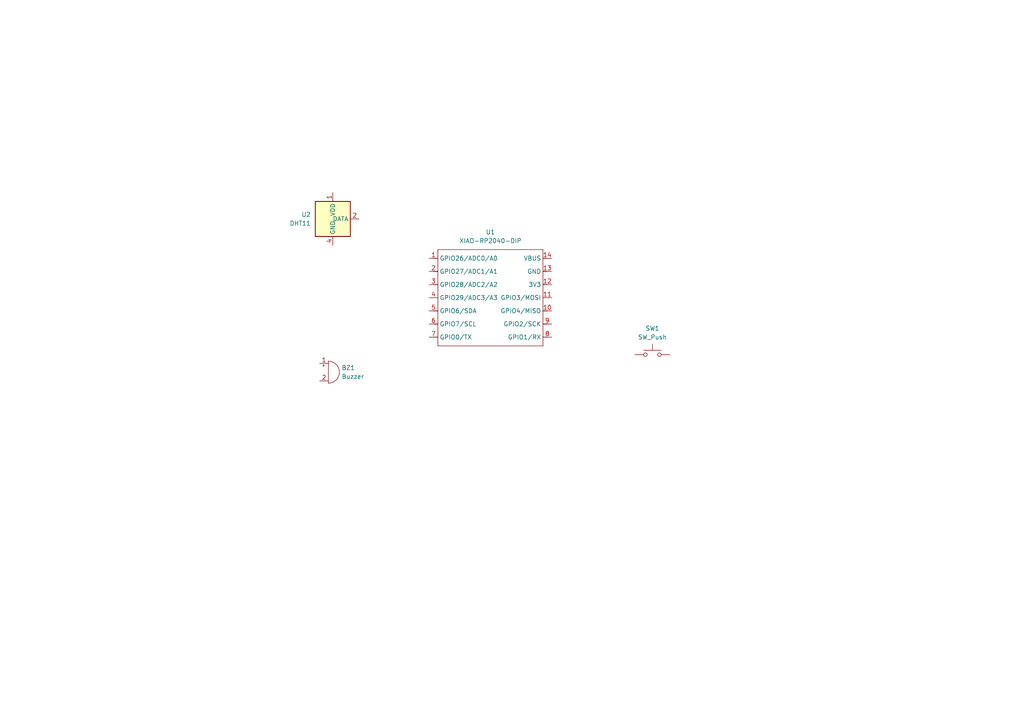
<source format=kicad_sch>
(kicad_sch (version 20231120) (generator "eeschema") (generator_version "8.0")
  (paper "A4")
  (title_block (title "Medidor de temperatura y humedad multifunción") (date "2024-12-22") (company "profe Tolocka"))
  (lib_symbols
    (symbol "Device:Buzzer" (pin_names (offset 0.0254) hide)
      (property "Reference" "BZ" (at 3.81 1.27 0))
      (property "Value" "Buzzer" (at 3.81 -1.27 0))
      (symbol "Buzzer_0_1"
        (arc (start 0 -3.175) (mid 3.1612 0) (end 0 3.175))
        (polyline (pts (xy -1.651 1.905) (xy -1.143 1.905)))
        (polyline (pts (xy -1.397 2.159) (xy -1.397 1.651)))
        (polyline (pts (xy 0 3.175) (xy 0 -3.175)))
      )
      (symbol "Buzzer_1_1"
        (pin passive line (at -2.54 2.54 0) (length 2.54) (name "+") (number "1"))
        (pin passive line (at -2.54 -2.54 0) (length 2.54) (name "-") (number "2"))
      )
    )
    (symbol "Seeed_Studio_XIAO_Series:XIAO-RP2040-DIP"
      (property "Reference" "U" (at 0 0 0))
      (property "Value" "XIAO-RP2040-DIP" (at 5.334 -1.778 0))
      (symbol "XIAO-RP2040-DIP_1_0"
        (polyline (pts (xy -1.27 -30.48) (xy -1.27 -16.51)) (stroke (width 0.1524)))
        (polyline (pts (xy -1.27 -27.94) (xy -2.54 -27.94)) (stroke (width 0.1524)))
        (polyline (pts (xy -1.27 -24.13) (xy -2.54 -24.13)) (stroke (width 0.1524)))
        (polyline (pts (xy -1.27 -20.32) (xy -2.54 -20.32)) (stroke (width 0.1524)))
        (polyline (pts (xy -1.27 -16.51) (xy -2.54 -16.51)) (stroke (width 0.1524)))
        (polyline (pts (xy -1.27 -16.51) (xy -1.27 -12.7)) (stroke (width 0.1524)))
        (polyline (pts (xy -1.27 -12.7) (xy -2.54 -12.7)) (stroke (width 0.1524)))
        (polyline (pts (xy -1.27 -12.7) (xy -1.27 -8.89)) (stroke (width 0.1524)))
        (polyline (pts (xy -1.27 -8.89) (xy -2.54 -8.89)) (stroke (width 0.1524)))
        (polyline (pts (xy -1.27 -8.89) (xy -1.27 -5.08)) (stroke (width 0.1524)))
        (polyline (pts (xy -1.27 -5.08) (xy -2.54 -5.08)) (stroke (width 0.1524)))
        (polyline (pts (xy -1.27 -5.08) (xy -1.27 -2.54)) (stroke (width 0.1524)))
        (polyline (pts (xy -1.27 -2.54) (xy 29.21 -2.54)) (stroke (width 0.1524)))
        (polyline (pts (xy 29.21 -30.48) (xy -1.27 -30.48)) (stroke (width 0.1524)))
        (polyline (pts (xy 29.21 -12.7) (xy 29.21 -30.48)) (stroke (width 0.1524)))
        (polyline (pts (xy 29.21 -8.89) (xy 29.21 -12.7)) (stroke (width 0.1524)))
        (polyline (pts (xy 29.21 -5.08) (xy 29.21 -8.89)) (stroke (width 0.1524)))
        (polyline (pts (xy 29.21 -2.54) (xy 29.21 -5.08)) (stroke (width 0.1524)))
        (polyline (pts (xy 30.48 -27.94) (xy 29.21 -27.94)) (stroke (width 0.1524)))
        (polyline (pts (xy 30.48 -24.13) (xy 29.21 -24.13)) (stroke (width 0.1524)))
        (polyline (pts (xy 30.48 -20.32) (xy 29.21 -20.32)) (stroke (width 0.1524)))
        (polyline (pts (xy 30.48 -16.51) (xy 29.21 -16.51)) (stroke (width 0.1524)))
        (polyline (pts (xy 30.48 -12.7) (xy 29.21 -12.7)) (stroke (width 0.1524)))
        (polyline (pts (xy 30.48 -8.89) (xy 29.21 -8.89)) (stroke (width 0.1524)))
        (polyline (pts (xy 30.48 -5.08) (xy 29.21 -5.08)) (stroke (width 0.1524)))
        (pin passive line (at -3.81 -5.08 0) (length 2.54) (name "GPIO26/ADC0/A0") (number "1"))
        (pin passive line (at 31.75 -20.32 180) (length 2.54) (name "GPIO4/MISO") (number "10"))
        (pin passive line (at 31.75 -16.51 180) (length 2.54) (name "GPIO3/MOSI") (number "11"))
        (pin passive line (at 31.75 -12.7 180) (length 2.54) (name "3V3") (number "12"))
        (pin passive line (at 31.75 -8.89 180) (length 2.54) (name "GND") (number "13"))
        (pin passive line (at 31.75 -5.08 180) (length 2.54) (name "VBUS") (number "14"))
        (pin passive line (at -3.81 -8.89 0) (length 2.54) (name "GPIO27/ADC1/A1") (number "2"))
        (pin passive line (at -3.81 -12.7 0) (length 2.54) (name "GPIO28/ADC2/A2") (number "3"))
        (pin passive line (at -3.81 -16.51 0) (length 2.54) (name "GPIO29/ADC3/A3") (number "4"))
        (pin passive line (at -3.81 -20.32 0) (length 2.54) (name "GPIO6/SDA") (number "5"))
        (pin passive line (at -3.81 -24.13 0) (length 2.54) (name "GPIO7/SCL") (number "6"))
        (pin passive line (at -3.81 -27.94 0) (length 2.54) (name "GPIO0/TX") (number "7"))
        (pin passive line (at 31.75 -27.94 180) (length 2.54) (name "GPIO1/RX") (number "8"))
        (pin passive line (at 31.75 -24.13 180) (length 2.54) (name "GPIO2/SCK") (number "9"))
      )
    )
    (symbol "Sensor:DHT11"
      (property "Reference" "U" (at -3.81 6.35 0))
      (property "Value" "DHT11" (at 3.81 6.35 0))
      (symbol "DHT11_0_1"
        (rectangle (start -5.08 5.08) (end 5.08 -5.08) (stroke (width 0.254)) (fill (type background)))
      )
      (symbol "DHT11_1_1"
        (pin power_in line (at 0 7.62 270) (length 2.54) (name "VDD") (number "1"))
        (pin bidirectional line (at 7.62 0 180) (length 2.54) (name "DATA") (number "2"))
        (pin no_connect line (at -5.08 0 0) (length 2.54) hide (name "NC") (number "3"))
        (pin power_in line (at 0 -7.62 90) (length 2.54) (name "GND") (number "4"))
      )
    )
    (symbol "Switch:SW_Push" (pin_numbers hide) (pin_names (offset 1.016) hide)
      (property "Reference" "SW" (at 1.27 2.54 0))
      (property "Value" "SW_Push" (at 0 -1.524 0))
      (symbol "SW_Push_0_1"
        (circle (center -2.032 0) (radius 0.508))
        (polyline (pts (xy 0 1.27) (xy 0 3.048)))
        (polyline (pts (xy 2.54 1.27) (xy -2.54 1.27)))
        (circle (center 2.032 0) (radius 0.508))
        (pin passive line (at -5.08 0 0) (length 2.54) (name "1") (number "1"))
        (pin passive line (at 5.08 0 180) (length 2.54) (name "2") (number "2"))
      )
    )
  )
  (symbol (lib_id "Seeed_Studio_XIAO_Series:XIAO-RP2040-DIP") (at 128.27 69.85 0) (unit 1)
    (property "Reference" "U1" (at 142.24 67.31 0))
    (property "Value" "XIAO-RP2040-DIP" (at 142.24 69.85 0))
    (property "Footprint" "Module:MOUDLE14P-XIAO-DIP-SMD" (effects (hide yes)))
  )
  (symbol (lib_id "Switch:SW_Push") (at 189.23 102.87 0) (unit 1)
    (property "Reference" "SW1" (at 189.23 95.25 0))
    (property "Value" "SW_Push" (at 189.23 97.79 0))
    (property "Description" "Push button switch, generic, two pins" (effects (hide yes)))
  )
  (symbol (lib_id "Device:Buzzer") (at 95.25 107.95 0) (unit 1)
    (property "Reference" "BZ1" (at 99.06 106.6799 0) (effects (justify left)))
    (property "Value" "Buzzer" (at 99.06 109.2199 0) (effects (justify left)))
    (property "Description" "Buzzer, polarized" (effects (hide yes)))
  )
  (symbol (lib_id "Sensor:DHT11") (at 96.52 63.5 0) (unit 1)
    (property "Reference" "U2" (at 90.17 62.2299 0) (effects (justify right)))
    (property "Value" "DHT11" (at 90.17 64.7699 0) (effects (justify right)))
    (property "Footprint" "Sensor:Aosong_DHT11_5.5x12.0_P2.54mm" (effects (hide yes)))
    (property "Datasheet" "http://akizukidenshi.com/download/ds/aosong/DHT11.pdf" (effects (hide yes)))
    (property "Description" "3.3V to 5.5V, temperature and humidity module, DHT11" (effects (hide yes)))
  )
)
</source>
